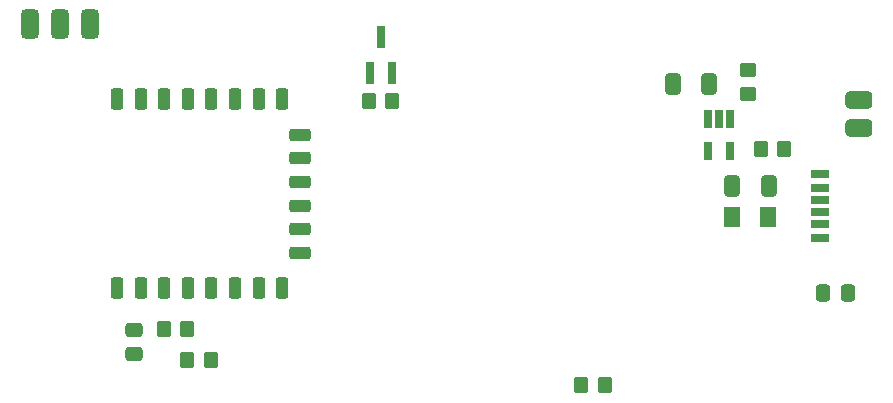
<source format=gtp>
G04 #@! TF.GenerationSoftware,KiCad,Pcbnew,6.99.0-unknown-455e330f3b~148~ubuntu20.04.1*
G04 #@! TF.CreationDate,2022-03-14T13:39:27+05:30*
G04 #@! TF.ProjectId,espc3-vario,65737063-332d-4766-9172-696f2e6b6963,rev?*
G04 #@! TF.SameCoordinates,PX55d4a80PY7270e00*
G04 #@! TF.FileFunction,Paste,Top*
G04 #@! TF.FilePolarity,Positive*
%FSLAX46Y46*%
G04 Gerber Fmt 4.6, Leading zero omitted, Abs format (unit mm)*
G04 Created by KiCad (PCBNEW 6.99.0-unknown-455e330f3b~148~ubuntu20.04.1) date 2022-03-14 13:39:27*
%MOMM*%
%LPD*%
G01*
G04 APERTURE LIST*
G04 Aperture macros list*
%AMRoundRect*
0 Rectangle with rounded corners*
0 $1 Rounding radius*
0 $2 $3 $4 $5 $6 $7 $8 $9 X,Y pos of 4 corners*
0 Add a 4 corners polygon primitive as box body*
4,1,4,$2,$3,$4,$5,$6,$7,$8,$9,$2,$3,0*
0 Add four circle primitives for the rounded corners*
1,1,$1+$1,$2,$3*
1,1,$1+$1,$4,$5*
1,1,$1+$1,$6,$7*
1,1,$1+$1,$8,$9*
0 Add four rect primitives between the rounded corners*
20,1,$1+$1,$2,$3,$4,$5,0*
20,1,$1+$1,$4,$5,$6,$7,0*
20,1,$1+$1,$6,$7,$8,$9,0*
20,1,$1+$1,$8,$9,$2,$3,0*%
G04 Aperture macros list end*
%ADD10RoundRect,0.250000X0.412500X0.650000X-0.412500X0.650000X-0.412500X-0.650000X0.412500X-0.650000X0*%
%ADD11RoundRect,0.250000X-0.350000X-0.450000X0.350000X-0.450000X0.350000X0.450000X-0.350000X0.450000X0*%
%ADD12RoundRect,0.250000X-0.337500X-0.475000X0.337500X-0.475000X0.337500X0.475000X-0.337500X0.475000X0*%
%ADD13RoundRect,0.275000X0.275000X-0.625000X0.275000X0.625000X-0.275000X0.625000X-0.275000X-0.625000X0*%
%ADD14RoundRect,0.275000X-0.625000X-0.275000X0.625000X-0.275000X0.625000X0.275000X-0.625000X0.275000X0*%
%ADD15RoundRect,0.250000X0.350000X0.450000X-0.350000X0.450000X-0.350000X-0.450000X0.350000X-0.450000X0*%
%ADD16RoundRect,0.250000X-0.475000X0.337500X-0.475000X-0.337500X0.475000X-0.337500X0.475000X0.337500X0*%
%ADD17RoundRect,0.381000X0.762000X0.381000X-0.762000X0.381000X-0.762000X-0.381000X0.762000X-0.381000X0*%
%ADD18R,0.650000X1.560000*%
%ADD19R,1.500000X0.800000*%
%ADD20R,1.500000X0.700000*%
%ADD21RoundRect,0.250001X0.462499X0.624999X-0.462499X0.624999X-0.462499X-0.624999X0.462499X-0.624999X0*%
%ADD22RoundRect,0.375000X0.375000X-0.875000X0.375000X0.875000X-0.375000X0.875000X-0.375000X-0.875000X0*%
%ADD23RoundRect,0.250000X-0.450000X0.350000X-0.450000X-0.350000X0.450000X-0.350000X0.450000X0.350000X0*%
%ADD24R,0.800000X1.900000*%
%ADD25RoundRect,0.250000X-0.412500X-0.650000X0.412500X-0.650000X0.412500X0.650000X-0.412500X0.650000X0*%
G04 APERTURE END LIST*
D10*
X59212500Y27350000D03*
X56087500Y27350000D03*
D11*
X48350000Y1850000D03*
X50350000Y1850000D03*
D12*
X68862500Y9650000D03*
X70937500Y9650000D03*
D13*
X9050000Y10050000D03*
X11050000Y10050000D03*
X13050000Y10050000D03*
X15050000Y10050000D03*
X17050000Y10050000D03*
X19050000Y10050000D03*
X21050000Y10050000D03*
X23050000Y10050000D03*
D14*
X24550000Y13050000D03*
X24550000Y15050000D03*
X24550000Y17050000D03*
X24550000Y19050000D03*
X24550000Y21050000D03*
X24550000Y23050000D03*
D13*
X23050000Y26050000D03*
X21050000Y26050000D03*
X19050000Y26050000D03*
X17050000Y26050000D03*
X15050000Y26050000D03*
X13050000Y26050000D03*
X11050000Y26050000D03*
X9050000Y26050000D03*
D15*
X32350000Y25900000D03*
X30350000Y25900000D03*
X15000000Y6600000D03*
X13000000Y6600000D03*
D16*
X10500000Y6537500D03*
X10500000Y4462500D03*
D17*
X71850000Y23600000D03*
X71850000Y26000000D03*
D18*
X60949999Y24349999D03*
X59999999Y24349999D03*
X59049999Y24349999D03*
X59049999Y21649999D03*
X60949999Y21649999D03*
D19*
X68599999Y14299999D03*
D20*
X68599999Y15499999D03*
X68599999Y16499999D03*
X68599999Y17499999D03*
X68599999Y18499999D03*
D19*
X68599999Y19699999D03*
D21*
X64137500Y16050000D03*
X61162500Y16050000D03*
D22*
X1700000Y32400000D03*
X4240000Y32400000D03*
X6780000Y32400000D03*
D23*
X62500000Y28500000D03*
X62500000Y26500000D03*
D24*
X30449999Y28299999D03*
X32349999Y28299999D03*
X31399999Y31299999D03*
D11*
X15000000Y4000000D03*
X17000000Y4000000D03*
D15*
X65550000Y21800000D03*
X63550000Y21800000D03*
D25*
X61137500Y18750000D03*
X64262500Y18750000D03*
M02*

</source>
